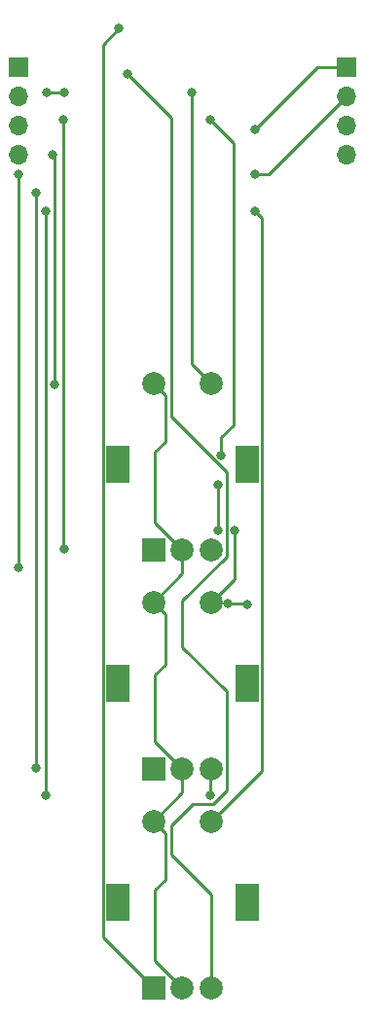
<source format=gbr>
%TF.GenerationSoftware,KiCad,Pcbnew,(6.0.4-0)*%
%TF.CreationDate,2022-07-29T07:15:44-05:00*%
%TF.ProjectId,knoblin3,6b6e6f62-6c69-46e3-932e-6b696361645f,rev?*%
%TF.SameCoordinates,Original*%
%TF.FileFunction,Copper,L1,Top*%
%TF.FilePolarity,Positive*%
%FSLAX46Y46*%
G04 Gerber Fmt 4.6, Leading zero omitted, Abs format (unit mm)*
G04 Created by KiCad (PCBNEW (6.0.4-0)) date 2022-07-29 07:15:44*
%MOMM*%
%LPD*%
G01*
G04 APERTURE LIST*
%TA.AperFunction,ComponentPad*%
%ADD10R,2.000000X2.000000*%
%TD*%
%TA.AperFunction,ComponentPad*%
%ADD11C,2.000000*%
%TD*%
%TA.AperFunction,ComponentPad*%
%ADD12R,2.000000X3.200000*%
%TD*%
%TA.AperFunction,ComponentPad*%
%ADD13R,1.700000X1.700000*%
%TD*%
%TA.AperFunction,ComponentPad*%
%ADD14O,1.700000X1.700000*%
%TD*%
%TA.AperFunction,ViaPad*%
%ADD15C,0.800000*%
%TD*%
%TA.AperFunction,Conductor*%
%ADD16C,0.250000*%
%TD*%
G04 APERTURE END LIST*
D10*
%TO.P,SW2,A,A*%
%TO.N,a2*%
X135612500Y-102500000D03*
D11*
%TO.P,SW2,B,B*%
%TO.N,b2*%
X140612500Y-102500000D03*
%TO.P,SW2,C,C*%
%TO.N,gnd*%
X138112500Y-102500000D03*
D12*
%TO.P,SW2,MP*%
%TO.N,N/C*%
X132512500Y-95000000D03*
X143712500Y-95000000D03*
D11*
%TO.P,SW2,S1,S1*%
%TO.N,key2*%
X140612500Y-88000000D03*
%TO.P,SW2,S2,S2*%
%TO.N,gnd*%
X135612500Y-88000000D03*
%TD*%
D10*
%TO.P,SW1,A,A*%
%TO.N,a1*%
X135612500Y-83450000D03*
D11*
%TO.P,SW1,B,B*%
%TO.N,b1*%
X140612500Y-83450000D03*
%TO.P,SW1,C,C*%
%TO.N,gnd*%
X138112500Y-83450000D03*
D12*
%TO.P,SW1,MP*%
%TO.N,N/C*%
X132512500Y-75950000D03*
X143712500Y-75950000D03*
D11*
%TO.P,SW1,S1,S1*%
%TO.N,key1*%
X140612500Y-68950000D03*
%TO.P,SW1,S2,S2*%
%TO.N,gnd*%
X135612500Y-68950000D03*
%TD*%
D10*
%TO.P,SW3,A,A*%
%TO.N,a3*%
X135612500Y-121550000D03*
D11*
%TO.P,SW3,B,B*%
%TO.N,b3*%
X140612500Y-121550000D03*
%TO.P,SW3,C,C*%
%TO.N,gnd*%
X138112500Y-121550000D03*
D12*
%TO.P,SW3,MP*%
%TO.N,N/C*%
X143712500Y-114050000D03*
X132512500Y-114050000D03*
D11*
%TO.P,SW3,S1,S1*%
%TO.N,key3*%
X140612500Y-107050000D03*
%TO.P,SW3,S2,S2*%
%TO.N,gnd*%
X135612500Y-107050000D03*
%TD*%
D13*
%TO.P,J2,1,Pin_1*%
%TO.N,sda*%
X123850000Y-41443750D03*
D14*
%TO.P,J2,2,Pin_2*%
%TO.N,scl*%
X123850000Y-43983750D03*
%TO.P,J2,3,Pin_3*%
%TO.N,3v3*%
X123850000Y-46523750D03*
%TO.P,J2,4,Pin_4*%
%TO.N,gnd*%
X123850000Y-49063750D03*
%TD*%
D13*
%TO.P,J1,1,Pin_1*%
%TO.N,sda*%
X152400000Y-41443750D03*
D14*
%TO.P,J1,2,Pin_2*%
%TO.N,scl*%
X152400000Y-43983750D03*
%TO.P,J1,3,Pin_3*%
%TO.N,3v3*%
X152400000Y-46523750D03*
%TO.P,J1,4,Pin_4*%
%TO.N,gnd*%
X152400000Y-49063750D03*
%TD*%
D15*
%TO.N,sda*%
X144462500Y-46831250D03*
X152400000Y-41443750D03*
%TO.N,scl*%
X144462500Y-50800000D03*
%TO.N,3v3*%
X126275500Y-43656250D03*
X127793750Y-43656250D03*
%TO.N,gnd*%
X127000000Y-69056250D03*
X126851250Y-49063750D03*
%TO.N,a1*%
X127724500Y-46037500D03*
X127793750Y-83343750D03*
%TO.N,b1*%
X123825000Y-84931250D03*
X123825000Y-50800000D03*
%TO.N,key1*%
X138906250Y-43656250D03*
%TO.N,a2*%
X125412500Y-102393750D03*
X125412500Y-52387500D03*
%TO.N,b2*%
X140493750Y-104775000D03*
X126206250Y-53975000D03*
X126206250Y-104775000D03*
%TO.N,key2*%
X142661511Y-81756250D03*
X141212511Y-77787500D03*
X143784174Y-88221674D03*
X141212511Y-81756250D03*
X140493750Y-46037500D03*
X141490151Y-75203599D03*
X142081250Y-88106250D03*
%TO.N,key3*%
X144462500Y-53975000D03*
%TO.N,b3*%
X133350000Y-42068750D03*
%TO.N,a3*%
X132556250Y-38100000D03*
%TD*%
D16*
%TO.N,sda*%
X149850000Y-41443750D02*
X152400000Y-41443750D01*
X144462500Y-46831250D02*
X149850000Y-41443750D01*
%TO.N,scl*%
X145583750Y-50800000D02*
X152400000Y-43983750D01*
X144462500Y-50800000D02*
X145583750Y-50800000D01*
%TO.N,3v3*%
X126275500Y-43656250D02*
X127793750Y-43656250D01*
%TO.N,gnd*%
X135612500Y-88000000D02*
X136612500Y-89000000D01*
X138112500Y-104550000D02*
X135612500Y-107050000D01*
X126851250Y-49063750D02*
X127000000Y-49212500D01*
X136612500Y-93400546D02*
X135744079Y-94268967D01*
X135744079Y-81081579D02*
X138112500Y-83450000D01*
X136612500Y-108050000D02*
X136612500Y-112100974D01*
X135744079Y-100131579D02*
X138112500Y-102500000D01*
X138112500Y-102500000D02*
X138112500Y-104550000D01*
X136612500Y-89000000D02*
X136612500Y-93400546D01*
X135731250Y-112982224D02*
X135731250Y-119168750D01*
X135612500Y-107050000D02*
X136612500Y-108050000D01*
X136612500Y-74000974D02*
X135744079Y-74869395D01*
X136612500Y-112100974D02*
X135731250Y-112982224D01*
X136612500Y-69950000D02*
X136612500Y-74000974D01*
X135612500Y-68950000D02*
X136612500Y-69950000D01*
X127000000Y-49212500D02*
X127000000Y-69056250D01*
X135744079Y-74869395D02*
X135744079Y-81081579D01*
X138112500Y-83450000D02*
X138112500Y-85500000D01*
X135731250Y-119168750D02*
X138112500Y-121550000D01*
X138112500Y-85500000D02*
X135612500Y-88000000D01*
X135744079Y-94268967D02*
X135744079Y-100131579D01*
%TO.N,a1*%
X127724500Y-75562000D02*
X127724500Y-83274500D01*
X127724500Y-83274500D02*
X127793750Y-83343750D01*
X127724500Y-46037500D02*
X127724500Y-75562000D01*
%TO.N,b1*%
X123825000Y-50800000D02*
X123825000Y-84931250D01*
%TO.N,key1*%
X138906250Y-67243750D02*
X140612500Y-68950000D01*
X138906250Y-43656250D02*
X138906250Y-67243750D01*
%TO.N,a2*%
X125412500Y-52387500D02*
X125412500Y-102393750D01*
%TO.N,b2*%
X140493750Y-102618750D02*
X140612500Y-102500000D01*
X140493750Y-104775000D02*
X140493750Y-102618750D01*
X126206250Y-53975000D02*
X126206250Y-104775000D01*
%TO.N,key2*%
X141212511Y-77787500D02*
X141212511Y-81756250D01*
X140493750Y-46037500D02*
X142527021Y-48070771D01*
X142081250Y-88106250D02*
X143668750Y-88106250D01*
X142527021Y-48070771D02*
X142527021Y-72579229D01*
X142661511Y-81756250D02*
X142661511Y-85950989D01*
X141490151Y-73616099D02*
X141490151Y-75203599D01*
X142527021Y-72579229D02*
X141490151Y-73616099D01*
X142661511Y-85950989D02*
X140612500Y-88000000D01*
X143668750Y-88106250D02*
X143784174Y-88221674D01*
%TO.N,key3*%
X145037011Y-54549511D02*
X145037011Y-102625489D01*
X144462500Y-53975000D02*
X145037011Y-54549511D01*
X145037011Y-102625489D02*
X140612500Y-107050000D01*
%TO.N,b3*%
X137131467Y-109969513D02*
X140612500Y-113450546D01*
X141937011Y-83998632D02*
X138099671Y-87835972D01*
X141937011Y-95725057D02*
X141937011Y-104356353D01*
X138099671Y-91887717D02*
X141937011Y-95725057D01*
X141937011Y-76675057D02*
X141937011Y-83998632D01*
X140612500Y-113450546D02*
X140612500Y-121550000D01*
X138099671Y-87835972D02*
X138099671Y-91887717D01*
X137131467Y-45850217D02*
X137131467Y-71869513D01*
X133350000Y-42068750D02*
X137131467Y-45850217D01*
X139036132Y-105499511D02*
X137131467Y-107404176D01*
X140793853Y-105499511D02*
X139036132Y-105499511D01*
X141937011Y-104356353D02*
X140793853Y-105499511D01*
X137131467Y-107404176D02*
X137131467Y-109969513D01*
X137131467Y-71869513D02*
X141937011Y-76675057D01*
%TO.N,a3*%
X131187989Y-39468261D02*
X131187989Y-117125489D01*
X131187989Y-117125489D02*
X135612500Y-121550000D01*
X132556250Y-38100000D02*
X131187989Y-39468261D01*
%TD*%
M02*

</source>
